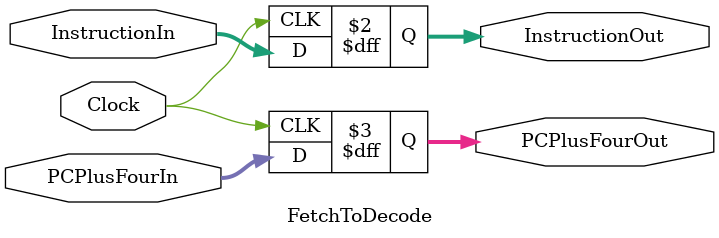
<source format=v>
`timescale 1ns / 1ps


module FetchToDecode(Clock, 
InstructionIn, PCPlusFourIn,
InstructionOut, PCPlusFourOut
);
input Clock;

input [31:0] InstructionIn;
output reg [31:0] InstructionOut;

input [31:0] PCPlusFourIn;
output reg [31:0] PCPlusFourOut;

always @ (posedge Clock) begin
InstructionOut <= InstructionIn;
PCPlusFourOut <= PCPlusFourIn;
end

endmodule

</source>
